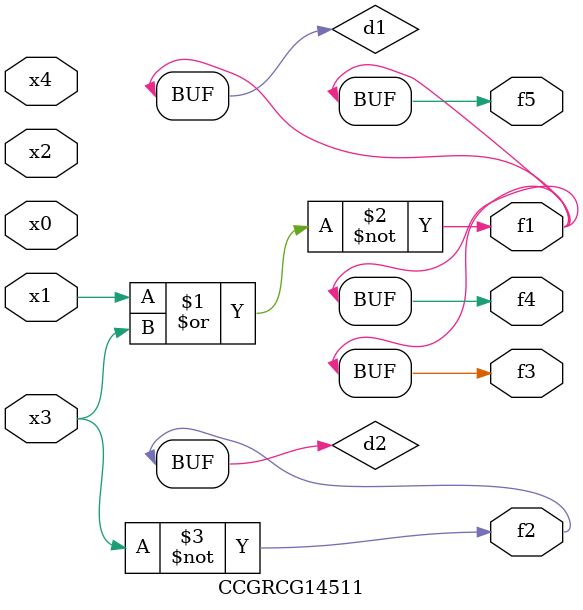
<source format=v>
module CCGRCG14511(
	input x0, x1, x2, x3, x4,
	output f1, f2, f3, f4, f5
);

	wire d1, d2;

	nor (d1, x1, x3);
	not (d2, x3);
	assign f1 = d1;
	assign f2 = d2;
	assign f3 = d1;
	assign f4 = d1;
	assign f5 = d1;
endmodule

</source>
